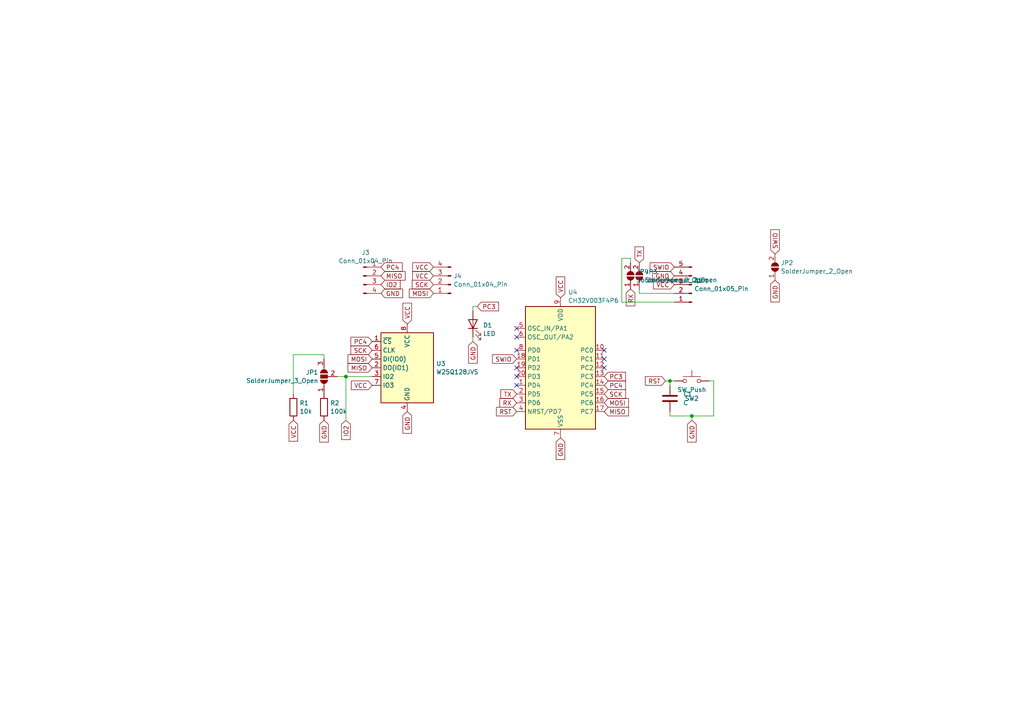
<source format=kicad_sch>
(kicad_sch (version 20230121) (generator eeschema)

  (uuid 7b0e6896-478b-4ede-9ff6-b6a5f526bf1e)

  (paper "A4")

  (lib_symbols
    (symbol "Connector:Conn_01x04_Pin" (pin_names (offset 1.016) hide) (in_bom yes) (on_board yes)
      (property "Reference" "J" (at 0 5.08 0)
        (effects (font (size 1.27 1.27)))
      )
      (property "Value" "Conn_01x04_Pin" (at 0 -7.62 0)
        (effects (font (size 1.27 1.27)))
      )
      (property "Footprint" "" (at 0 0 0)
        (effects (font (size 1.27 1.27)) hide)
      )
      (property "Datasheet" "~" (at 0 0 0)
        (effects (font (size 1.27 1.27)) hide)
      )
      (property "ki_locked" "" (at 0 0 0)
        (effects (font (size 1.27 1.27)))
      )
      (property "ki_keywords" "connector" (at 0 0 0)
        (effects (font (size 1.27 1.27)) hide)
      )
      (property "ki_description" "Generic connector, single row, 01x04, script generated" (at 0 0 0)
        (effects (font (size 1.27 1.27)) hide)
      )
      (property "ki_fp_filters" "Connector*:*_1x??_*" (at 0 0 0)
        (effects (font (size 1.27 1.27)) hide)
      )
      (symbol "Conn_01x04_Pin_1_1"
        (polyline
          (pts
            (xy 1.27 -5.08)
            (xy 0.8636 -5.08)
          )
          (stroke (width 0.1524) (type default))
          (fill (type none))
        )
        (polyline
          (pts
            (xy 1.27 -2.54)
            (xy 0.8636 -2.54)
          )
          (stroke (width 0.1524) (type default))
          (fill (type none))
        )
        (polyline
          (pts
            (xy 1.27 0)
            (xy 0.8636 0)
          )
          (stroke (width 0.1524) (type default))
          (fill (type none))
        )
        (polyline
          (pts
            (xy 1.27 2.54)
            (xy 0.8636 2.54)
          )
          (stroke (width 0.1524) (type default))
          (fill (type none))
        )
        (rectangle (start 0.8636 -4.953) (end 0 -5.207)
          (stroke (width 0.1524) (type default))
          (fill (type outline))
        )
        (rectangle (start 0.8636 -2.413) (end 0 -2.667)
          (stroke (width 0.1524) (type default))
          (fill (type outline))
        )
        (rectangle (start 0.8636 0.127) (end 0 -0.127)
          (stroke (width 0.1524) (type default))
          (fill (type outline))
        )
        (rectangle (start 0.8636 2.667) (end 0 2.413)
          (stroke (width 0.1524) (type default))
          (fill (type outline))
        )
        (pin passive line (at 5.08 2.54 180) (length 3.81)
          (name "Pin_1" (effects (font (size 1.27 1.27))))
          (number "1" (effects (font (size 1.27 1.27))))
        )
        (pin passive line (at 5.08 0 180) (length 3.81)
          (name "Pin_2" (effects (font (size 1.27 1.27))))
          (number "2" (effects (font (size 1.27 1.27))))
        )
        (pin passive line (at 5.08 -2.54 180) (length 3.81)
          (name "Pin_3" (effects (font (size 1.27 1.27))))
          (number "3" (effects (font (size 1.27 1.27))))
        )
        (pin passive line (at 5.08 -5.08 180) (length 3.81)
          (name "Pin_4" (effects (font (size 1.27 1.27))))
          (number "4" (effects (font (size 1.27 1.27))))
        )
      )
    )
    (symbol "Connector:Conn_01x05_Pin" (pin_names (offset 1.016) hide) (in_bom yes) (on_board yes)
      (property "Reference" "J" (at 0 7.62 0)
        (effects (font (size 1.27 1.27)))
      )
      (property "Value" "Conn_01x05_Pin" (at 0 -7.62 0)
        (effects (font (size 1.27 1.27)))
      )
      (property "Footprint" "" (at 0 0 0)
        (effects (font (size 1.27 1.27)) hide)
      )
      (property "Datasheet" "~" (at 0 0 0)
        (effects (font (size 1.27 1.27)) hide)
      )
      (property "ki_locked" "" (at 0 0 0)
        (effects (font (size 1.27 1.27)))
      )
      (property "ki_keywords" "connector" (at 0 0 0)
        (effects (font (size 1.27 1.27)) hide)
      )
      (property "ki_description" "Generic connector, single row, 01x05, script generated" (at 0 0 0)
        (effects (font (size 1.27 1.27)) hide)
      )
      (property "ki_fp_filters" "Connector*:*_1x??_*" (at 0 0 0)
        (effects (font (size 1.27 1.27)) hide)
      )
      (symbol "Conn_01x05_Pin_1_1"
        (polyline
          (pts
            (xy 1.27 -5.08)
            (xy 0.8636 -5.08)
          )
          (stroke (width 0.1524) (type default))
          (fill (type none))
        )
        (polyline
          (pts
            (xy 1.27 -2.54)
            (xy 0.8636 -2.54)
          )
          (stroke (width 0.1524) (type default))
          (fill (type none))
        )
        (polyline
          (pts
            (xy 1.27 0)
            (xy 0.8636 0)
          )
          (stroke (width 0.1524) (type default))
          (fill (type none))
        )
        (polyline
          (pts
            (xy 1.27 2.54)
            (xy 0.8636 2.54)
          )
          (stroke (width 0.1524) (type default))
          (fill (type none))
        )
        (polyline
          (pts
            (xy 1.27 5.08)
            (xy 0.8636 5.08)
          )
          (stroke (width 0.1524) (type default))
          (fill (type none))
        )
        (rectangle (start 0.8636 -4.953) (end 0 -5.207)
          (stroke (width 0.1524) (type default))
          (fill (type outline))
        )
        (rectangle (start 0.8636 -2.413) (end 0 -2.667)
          (stroke (width 0.1524) (type default))
          (fill (type outline))
        )
        (rectangle (start 0.8636 0.127) (end 0 -0.127)
          (stroke (width 0.1524) (type default))
          (fill (type outline))
        )
        (rectangle (start 0.8636 2.667) (end 0 2.413)
          (stroke (width 0.1524) (type default))
          (fill (type outline))
        )
        (rectangle (start 0.8636 5.207) (end 0 4.953)
          (stroke (width 0.1524) (type default))
          (fill (type outline))
        )
        (pin passive line (at 5.08 5.08 180) (length 3.81)
          (name "Pin_1" (effects (font (size 1.27 1.27))))
          (number "1" (effects (font (size 1.27 1.27))))
        )
        (pin passive line (at 5.08 2.54 180) (length 3.81)
          (name "Pin_2" (effects (font (size 1.27 1.27))))
          (number "2" (effects (font (size 1.27 1.27))))
        )
        (pin passive line (at 5.08 0 180) (length 3.81)
          (name "Pin_3" (effects (font (size 1.27 1.27))))
          (number "3" (effects (font (size 1.27 1.27))))
        )
        (pin passive line (at 5.08 -2.54 180) (length 3.81)
          (name "Pin_4" (effects (font (size 1.27 1.27))))
          (number "4" (effects (font (size 1.27 1.27))))
        )
        (pin passive line (at 5.08 -5.08 180) (length 3.81)
          (name "Pin_5" (effects (font (size 1.27 1.27))))
          (number "5" (effects (font (size 1.27 1.27))))
        )
      )
    )
    (symbol "Device:C" (pin_numbers hide) (pin_names (offset 0.254)) (in_bom yes) (on_board yes)
      (property "Reference" "C" (at 0.635 2.54 0)
        (effects (font (size 1.27 1.27)) (justify left))
      )
      (property "Value" "C" (at 0.635 -2.54 0)
        (effects (font (size 1.27 1.27)) (justify left))
      )
      (property "Footprint" "" (at 0.9652 -3.81 0)
        (effects (font (size 1.27 1.27)) hide)
      )
      (property "Datasheet" "~" (at 0 0 0)
        (effects (font (size 1.27 1.27)) hide)
      )
      (property "ki_keywords" "cap capacitor" (at 0 0 0)
        (effects (font (size 1.27 1.27)) hide)
      )
      (property "ki_description" "Unpolarized capacitor" (at 0 0 0)
        (effects (font (size 1.27 1.27)) hide)
      )
      (property "ki_fp_filters" "C_*" (at 0 0 0)
        (effects (font (size 1.27 1.27)) hide)
      )
      (symbol "C_0_1"
        (polyline
          (pts
            (xy -2.032 -0.762)
            (xy 2.032 -0.762)
          )
          (stroke (width 0.508) (type default))
          (fill (type none))
        )
        (polyline
          (pts
            (xy -2.032 0.762)
            (xy 2.032 0.762)
          )
          (stroke (width 0.508) (type default))
          (fill (type none))
        )
      )
      (symbol "C_1_1"
        (pin passive line (at 0 3.81 270) (length 2.794)
          (name "~" (effects (font (size 1.27 1.27))))
          (number "1" (effects (font (size 1.27 1.27))))
        )
        (pin passive line (at 0 -3.81 90) (length 2.794)
          (name "~" (effects (font (size 1.27 1.27))))
          (number "2" (effects (font (size 1.27 1.27))))
        )
      )
    )
    (symbol "Device:LED" (pin_numbers hide) (pin_names (offset 1.016) hide) (in_bom yes) (on_board yes)
      (property "Reference" "D" (at 0 2.54 0)
        (effects (font (size 1.27 1.27)))
      )
      (property "Value" "LED" (at 0 -2.54 0)
        (effects (font (size 1.27 1.27)))
      )
      (property "Footprint" "" (at 0 0 0)
        (effects (font (size 1.27 1.27)) hide)
      )
      (property "Datasheet" "~" (at 0 0 0)
        (effects (font (size 1.27 1.27)) hide)
      )
      (property "ki_keywords" "LED diode" (at 0 0 0)
        (effects (font (size 1.27 1.27)) hide)
      )
      (property "ki_description" "Light emitting diode" (at 0 0 0)
        (effects (font (size 1.27 1.27)) hide)
      )
      (property "ki_fp_filters" "LED* LED_SMD:* LED_THT:*" (at 0 0 0)
        (effects (font (size 1.27 1.27)) hide)
      )
      (symbol "LED_0_1"
        (polyline
          (pts
            (xy -1.27 -1.27)
            (xy -1.27 1.27)
          )
          (stroke (width 0.254) (type default))
          (fill (type none))
        )
        (polyline
          (pts
            (xy -1.27 0)
            (xy 1.27 0)
          )
          (stroke (width 0) (type default))
          (fill (type none))
        )
        (polyline
          (pts
            (xy 1.27 -1.27)
            (xy 1.27 1.27)
            (xy -1.27 0)
            (xy 1.27 -1.27)
          )
          (stroke (width 0.254) (type default))
          (fill (type none))
        )
        (polyline
          (pts
            (xy -3.048 -0.762)
            (xy -4.572 -2.286)
            (xy -3.81 -2.286)
            (xy -4.572 -2.286)
            (xy -4.572 -1.524)
          )
          (stroke (width 0) (type default))
          (fill (type none))
        )
        (polyline
          (pts
            (xy -1.778 -0.762)
            (xy -3.302 -2.286)
            (xy -2.54 -2.286)
            (xy -3.302 -2.286)
            (xy -3.302 -1.524)
          )
          (stroke (width 0) (type default))
          (fill (type none))
        )
      )
      (symbol "LED_1_1"
        (pin passive line (at -3.81 0 0) (length 2.54)
          (name "K" (effects (font (size 1.27 1.27))))
          (number "1" (effects (font (size 1.27 1.27))))
        )
        (pin passive line (at 3.81 0 180) (length 2.54)
          (name "A" (effects (font (size 1.27 1.27))))
          (number "2" (effects (font (size 1.27 1.27))))
        )
      )
    )
    (symbol "Device:R" (pin_numbers hide) (pin_names (offset 0)) (in_bom yes) (on_board yes)
      (property "Reference" "R" (at 2.032 0 90)
        (effects (font (size 1.27 1.27)))
      )
      (property "Value" "R" (at 0 0 90)
        (effects (font (size 1.27 1.27)))
      )
      (property "Footprint" "" (at -1.778 0 90)
        (effects (font (size 1.27 1.27)) hide)
      )
      (property "Datasheet" "~" (at 0 0 0)
        (effects (font (size 1.27 1.27)) hide)
      )
      (property "ki_keywords" "R res resistor" (at 0 0 0)
        (effects (font (size 1.27 1.27)) hide)
      )
      (property "ki_description" "Resistor" (at 0 0 0)
        (effects (font (size 1.27 1.27)) hide)
      )
      (property "ki_fp_filters" "R_*" (at 0 0 0)
        (effects (font (size 1.27 1.27)) hide)
      )
      (symbol "R_0_1"
        (rectangle (start -1.016 -2.54) (end 1.016 2.54)
          (stroke (width 0.254) (type default))
          (fill (type none))
        )
      )
      (symbol "R_1_1"
        (pin passive line (at 0 3.81 270) (length 1.27)
          (name "~" (effects (font (size 1.27 1.27))))
          (number "1" (effects (font (size 1.27 1.27))))
        )
        (pin passive line (at 0 -3.81 90) (length 1.27)
          (name "~" (effects (font (size 1.27 1.27))))
          (number "2" (effects (font (size 1.27 1.27))))
        )
      )
    )
    (symbol "Jumper:SolderJumper_2_Open" (pin_names (offset 0) hide) (in_bom yes) (on_board yes)
      (property "Reference" "JP" (at 0 2.032 0)
        (effects (font (size 1.27 1.27)))
      )
      (property "Value" "SolderJumper_2_Open" (at 0 -2.54 0)
        (effects (font (size 1.27 1.27)))
      )
      (property "Footprint" "" (at 0 0 0)
        (effects (font (size 1.27 1.27)) hide)
      )
      (property "Datasheet" "~" (at 0 0 0)
        (effects (font (size 1.27 1.27)) hide)
      )
      (property "ki_keywords" "solder jumper SPST" (at 0 0 0)
        (effects (font (size 1.27 1.27)) hide)
      )
      (property "ki_description" "Solder Jumper, 2-pole, open" (at 0 0 0)
        (effects (font (size 1.27 1.27)) hide)
      )
      (property "ki_fp_filters" "SolderJumper*Open*" (at 0 0 0)
        (effects (font (size 1.27 1.27)) hide)
      )
      (symbol "SolderJumper_2_Open_0_1"
        (arc (start -0.254 1.016) (mid -1.2656 0) (end -0.254 -1.016)
          (stroke (width 0) (type default))
          (fill (type none))
        )
        (arc (start -0.254 1.016) (mid -1.2656 0) (end -0.254 -1.016)
          (stroke (width 0) (type default))
          (fill (type outline))
        )
        (polyline
          (pts
            (xy -0.254 1.016)
            (xy -0.254 -1.016)
          )
          (stroke (width 0) (type default))
          (fill (type none))
        )
        (polyline
          (pts
            (xy 0.254 1.016)
            (xy 0.254 -1.016)
          )
          (stroke (width 0) (type default))
          (fill (type none))
        )
        (arc (start 0.254 -1.016) (mid 1.2656 0) (end 0.254 1.016)
          (stroke (width 0) (type default))
          (fill (type none))
        )
        (arc (start 0.254 -1.016) (mid 1.2656 0) (end 0.254 1.016)
          (stroke (width 0) (type default))
          (fill (type outline))
        )
      )
      (symbol "SolderJumper_2_Open_1_1"
        (pin passive line (at -3.81 0 0) (length 2.54)
          (name "A" (effects (font (size 1.27 1.27))))
          (number "1" (effects (font (size 1.27 1.27))))
        )
        (pin passive line (at 3.81 0 180) (length 2.54)
          (name "B" (effects (font (size 1.27 1.27))))
          (number "2" (effects (font (size 1.27 1.27))))
        )
      )
    )
    (symbol "Jumper:SolderJumper_3_Open" (pin_names (offset 0) hide) (in_bom yes) (on_board yes)
      (property "Reference" "JP" (at -2.54 -2.54 0)
        (effects (font (size 1.27 1.27)))
      )
      (property "Value" "SolderJumper_3_Open" (at 0 2.794 0)
        (effects (font (size 1.27 1.27)))
      )
      (property "Footprint" "" (at 0 0 0)
        (effects (font (size 1.27 1.27)) hide)
      )
      (property "Datasheet" "~" (at 0 0 0)
        (effects (font (size 1.27 1.27)) hide)
      )
      (property "ki_keywords" "Solder Jumper SPDT" (at 0 0 0)
        (effects (font (size 1.27 1.27)) hide)
      )
      (property "ki_description" "Solder Jumper, 3-pole, open" (at 0 0 0)
        (effects (font (size 1.27 1.27)) hide)
      )
      (property "ki_fp_filters" "SolderJumper*Open*" (at 0 0 0)
        (effects (font (size 1.27 1.27)) hide)
      )
      (symbol "SolderJumper_3_Open_0_1"
        (arc (start -1.016 1.016) (mid -2.0276 0) (end -1.016 -1.016)
          (stroke (width 0) (type default))
          (fill (type none))
        )
        (arc (start -1.016 1.016) (mid -2.0276 0) (end -1.016 -1.016)
          (stroke (width 0) (type default))
          (fill (type outline))
        )
        (rectangle (start -0.508 1.016) (end 0.508 -1.016)
          (stroke (width 0) (type default))
          (fill (type outline))
        )
        (polyline
          (pts
            (xy -2.54 0)
            (xy -2.032 0)
          )
          (stroke (width 0) (type default))
          (fill (type none))
        )
        (polyline
          (pts
            (xy -1.016 1.016)
            (xy -1.016 -1.016)
          )
          (stroke (width 0) (type default))
          (fill (type none))
        )
        (polyline
          (pts
            (xy 0 -1.27)
            (xy 0 -1.016)
          )
          (stroke (width 0) (type default))
          (fill (type none))
        )
        (polyline
          (pts
            (xy 1.016 1.016)
            (xy 1.016 -1.016)
          )
          (stroke (width 0) (type default))
          (fill (type none))
        )
        (polyline
          (pts
            (xy 2.54 0)
            (xy 2.032 0)
          )
          (stroke (width 0) (type default))
          (fill (type none))
        )
        (arc (start 1.016 -1.016) (mid 2.0276 0) (end 1.016 1.016)
          (stroke (width 0) (type default))
          (fill (type none))
        )
        (arc (start 1.016 -1.016) (mid 2.0276 0) (end 1.016 1.016)
          (stroke (width 0) (type default))
          (fill (type outline))
        )
      )
      (symbol "SolderJumper_3_Open_1_1"
        (pin passive line (at -5.08 0 0) (length 2.54)
          (name "A" (effects (font (size 1.27 1.27))))
          (number "1" (effects (font (size 1.27 1.27))))
        )
        (pin passive line (at 0 -3.81 90) (length 2.54)
          (name "C" (effects (font (size 1.27 1.27))))
          (number "2" (effects (font (size 1.27 1.27))))
        )
        (pin passive line (at 5.08 0 180) (length 2.54)
          (name "B" (effects (font (size 1.27 1.27))))
          (number "3" (effects (font (size 1.27 1.27))))
        )
      )
    )
    (symbol "Memory_Flash:W25Q128JVS" (in_bom yes) (on_board yes)
      (property "Reference" "U" (at -8.89 8.89 0)
        (effects (font (size 1.27 1.27)))
      )
      (property "Value" "W25Q128JVS" (at 7.62 8.89 0)
        (effects (font (size 1.27 1.27)))
      )
      (property "Footprint" "Package_SO:SOIC-8_5.23x5.23mm_P1.27mm" (at 0 0 0)
        (effects (font (size 1.27 1.27)) hide)
      )
      (property "Datasheet" "http://www.winbond.com/resource-files/w25q128jv_dtr%20revc%2003272018%20plus.pdf" (at 0 0 0)
        (effects (font (size 1.27 1.27)) hide)
      )
      (property "ki_keywords" "flash memory SPI QPI DTR" (at 0 0 0)
        (effects (font (size 1.27 1.27)) hide)
      )
      (property "ki_description" "128Mb Serial Flash Memory, Standard/Dual/Quad SPI, SOIC-8" (at 0 0 0)
        (effects (font (size 1.27 1.27)) hide)
      )
      (property "ki_fp_filters" "SOIC*5.23x5.23mm*P1.27mm*" (at 0 0 0)
        (effects (font (size 1.27 1.27)) hide)
      )
      (symbol "W25Q128JVS_0_1"
        (rectangle (start -7.62 10.16) (end 7.62 -10.16)
          (stroke (width 0.254) (type default))
          (fill (type background))
        )
      )
      (symbol "W25Q128JVS_1_1"
        (pin input line (at -10.16 7.62 0) (length 2.54)
          (name "~{CS}" (effects (font (size 1.27 1.27))))
          (number "1" (effects (font (size 1.27 1.27))))
        )
        (pin bidirectional line (at -10.16 0 0) (length 2.54)
          (name "DO(IO1)" (effects (font (size 1.27 1.27))))
          (number "2" (effects (font (size 1.27 1.27))))
        )
        (pin bidirectional line (at -10.16 -2.54 0) (length 2.54)
          (name "IO2" (effects (font (size 1.27 1.27))))
          (number "3" (effects (font (size 1.27 1.27))))
        )
        (pin power_in line (at 0 -12.7 90) (length 2.54)
          (name "GND" (effects (font (size 1.27 1.27))))
          (number "4" (effects (font (size 1.27 1.27))))
        )
        (pin bidirectional line (at -10.16 2.54 0) (length 2.54)
          (name "DI(IO0)" (effects (font (size 1.27 1.27))))
          (number "5" (effects (font (size 1.27 1.27))))
        )
        (pin input line (at -10.16 5.08 0) (length 2.54)
          (name "CLK" (effects (font (size 1.27 1.27))))
          (number "6" (effects (font (size 1.27 1.27))))
        )
        (pin bidirectional line (at -10.16 -5.08 0) (length 2.54)
          (name "IO3" (effects (font (size 1.27 1.27))))
          (number "7" (effects (font (size 1.27 1.27))))
        )
        (pin power_in line (at 0 12.7 270) (length 2.54)
          (name "VCC" (effects (font (size 1.27 1.27))))
          (number "8" (effects (font (size 1.27 1.27))))
        )
      )
    )
    (symbol "Switch:SW_Push" (pin_numbers hide) (pin_names (offset 1.016) hide) (in_bom yes) (on_board yes)
      (property "Reference" "SW" (at 1.27 2.54 0)
        (effects (font (size 1.27 1.27)) (justify left))
      )
      (property "Value" "SW_Push" (at 0 -1.524 0)
        (effects (font (size 1.27 1.27)))
      )
      (property "Footprint" "" (at 0 5.08 0)
        (effects (font (size 1.27 1.27)) hide)
      )
      (property "Datasheet" "~" (at 0 5.08 0)
        (effects (font (size 1.27 1.27)) hide)
      )
      (property "ki_keywords" "switch normally-open pushbutton push-button" (at 0 0 0)
        (effects (font (size 1.27 1.27)) hide)
      )
      (property "ki_description" "Push button switch, generic, two pins" (at 0 0 0)
        (effects (font (size 1.27 1.27)) hide)
      )
      (symbol "SW_Push_0_1"
        (circle (center -2.032 0) (radius 0.508)
          (stroke (width 0) (type default))
          (fill (type none))
        )
        (polyline
          (pts
            (xy 0 1.27)
            (xy 0 3.048)
          )
          (stroke (width 0) (type default))
          (fill (type none))
        )
        (polyline
          (pts
            (xy 2.54 1.27)
            (xy -2.54 1.27)
          )
          (stroke (width 0) (type default))
          (fill (type none))
        )
        (circle (center 2.032 0) (radius 0.508)
          (stroke (width 0) (type default))
          (fill (type none))
        )
        (pin passive line (at -5.08 0 0) (length 2.54)
          (name "1" (effects (font (size 1.27 1.27))))
          (number "1" (effects (font (size 1.27 1.27))))
        )
        (pin passive line (at 5.08 0 180) (length 2.54)
          (name "2" (effects (font (size 1.27 1.27))))
          (number "2" (effects (font (size 1.27 1.27))))
        )
      )
    )
    (symbol "wch_mcu:CH32V003F4P6" (in_bom yes) (on_board yes)
      (property "Reference" "U" (at 15.24 -24.13 0)
        (effects (font (size 1.27 1.27)))
      )
      (property "Value" "CH32V003F4P6" (at 16.51 -21.59 0)
        (effects (font (size 1.27 1.27)))
      )
      (property "Footprint" "Package_SO:SOP-16_3.9x9.9mm_P1.27mm" (at 2.54 -30.48 0)
        (effects (font (size 1.27 1.27)) hide)
      )
      (property "Datasheet" "http://www.wch-ic.com/downloads/CH32V003DS0_PDF.html" (at 5.08 -34.29 0)
        (effects (font (size 1.27 1.27)) hide)
      )
      (symbol "CH32V003F4P6_0_1"
        (rectangle (start -10.16 17.78) (end 10.16 -17.78)
          (stroke (width 0.254) (type default))
          (fill (type background))
        )
      )
      (symbol "CH32V003F4P6_1_1"
        (pin bidirectional line (at -12.7 -5.08 0) (length 2.54)
          (name "PD4" (effects (font (size 1.27 1.27))))
          (number "1" (effects (font (size 1.27 1.27))))
        )
        (pin bidirectional line (at 12.7 5.08 180) (length 2.54)
          (name "PC0" (effects (font (size 1.27 1.27))))
          (number "10" (effects (font (size 1.27 1.27))))
        )
        (pin bidirectional line (at 12.7 2.54 180) (length 2.54)
          (name "PC1" (effects (font (size 1.27 1.27))))
          (number "11" (effects (font (size 1.27 1.27))))
        )
        (pin bidirectional line (at 12.7 0 180) (length 2.54)
          (name "PC2" (effects (font (size 1.27 1.27))))
          (number "12" (effects (font (size 1.27 1.27))))
        )
        (pin bidirectional line (at 12.7 -2.54 180) (length 2.54)
          (name "PC3" (effects (font (size 1.27 1.27))))
          (number "13" (effects (font (size 1.27 1.27))))
        )
        (pin bidirectional line (at 12.7 -5.08 180) (length 2.54)
          (name "PC4" (effects (font (size 1.27 1.27))))
          (number "14" (effects (font (size 1.27 1.27))))
        )
        (pin bidirectional line (at 12.7 -7.62 180) (length 2.54)
          (name "PC5" (effects (font (size 1.27 1.27))))
          (number "15" (effects (font (size 1.27 1.27))))
        )
        (pin bidirectional line (at 12.7 -10.16 180) (length 2.54)
          (name "PC6" (effects (font (size 1.27 1.27))))
          (number "16" (effects (font (size 1.27 1.27))))
        )
        (pin bidirectional line (at 12.7 -12.7 180) (length 2.54)
          (name "PC7" (effects (font (size 1.27 1.27))))
          (number "17" (effects (font (size 1.27 1.27))))
        )
        (pin bidirectional line (at -12.7 2.54 0) (length 2.54)
          (name "PD1" (effects (font (size 1.27 1.27))))
          (number "18" (effects (font (size 1.27 1.27))))
        )
        (pin bidirectional line (at -12.7 0 0) (length 2.54)
          (name "PD2" (effects (font (size 1.27 1.27))))
          (number "19" (effects (font (size 1.27 1.27))))
        )
        (pin bidirectional line (at -12.7 -7.62 0) (length 2.54)
          (name "PD5" (effects (font (size 1.27 1.27))))
          (number "2" (effects (font (size 1.27 1.27))))
        )
        (pin bidirectional line (at -12.7 -2.54 0) (length 2.54)
          (name "PD3" (effects (font (size 1.27 1.27))))
          (number "20" (effects (font (size 1.27 1.27))))
        )
        (pin bidirectional line (at -12.7 -10.16 0) (length 2.54)
          (name "PD6" (effects (font (size 1.27 1.27))))
          (number "3" (effects (font (size 1.27 1.27))))
        )
        (pin input line (at -12.7 -12.7 0) (length 2.54)
          (name "NRST/PD7" (effects (font (size 1.27 1.27))))
          (number "4" (effects (font (size 1.27 1.27))))
        )
        (pin input line (at -12.7 11.43 0) (length 2.54)
          (name "OSC_IN/PA1" (effects (font (size 1.27 1.27))))
          (number "5" (effects (font (size 1.27 1.27))))
        )
        (pin input line (at -12.7 8.89 0) (length 2.54)
          (name "OSC_OUT/PA2" (effects (font (size 1.27 1.27))))
          (number "6" (effects (font (size 1.27 1.27))))
        )
        (pin power_in line (at 0 -20.32 90) (length 2.54)
          (name "VSS" (effects (font (size 1.27 1.27))))
          (number "7" (effects (font (size 1.27 1.27))))
        )
        (pin bidirectional line (at -12.7 5.08 0) (length 2.54)
          (name "PD0" (effects (font (size 1.27 1.27))))
          (number "8" (effects (font (size 1.27 1.27))))
        )
        (pin power_in line (at 0 20.32 270) (length 2.54)
          (name "VDD" (effects (font (size 1.27 1.27))))
          (number "9" (effects (font (size 1.27 1.27))))
        )
      )
    )
  )

  (junction (at 194.31 110.49) (diameter 0) (color 0 0 0 0)
    (uuid 7a66db2d-bf1e-4b34-9bc0-c4488555ecdc)
  )
  (junction (at 200.66 120.65) (diameter 0) (color 0 0 0 0)
    (uuid bc50f072-8513-409e-b662-76210dfbed5b)
  )
  (junction (at 100.33 109.22) (diameter 0) (color 0 0 0 0)
    (uuid c6a6b6ab-64ff-4795-844f-afcf0e370c9f)
  )

  (no_connect (at 149.86 106.68) (uuid 08f0bad3-4ea7-491a-84dd-8fd69c986546))
  (no_connect (at 175.26 106.68) (uuid 0c57d393-ab03-463d-ac6e-8d585ed3488c))
  (no_connect (at 175.26 101.6) (uuid 42c2833f-52c6-4ccc-b0bd-27eabfa00c81))
  (no_connect (at 175.26 104.14) (uuid 8ce51326-4b0b-4c34-8966-10dd6c17cd4f))
  (no_connect (at 149.86 95.25) (uuid 9952feab-12e1-4110-859b-560b6d5ad870))
  (no_connect (at 149.86 97.79) (uuid 9a1aac51-9383-421d-897e-fd2fdeeff5e2))
  (no_connect (at 149.86 101.6) (uuid c9499a14-0844-493e-bdd7-607263c7121c))
  (no_connect (at 149.86 111.76) (uuid cfb2c9f6-7a61-4ed6-953e-780c6a948bbf))
  (no_connect (at 149.86 109.22) (uuid f67e0e85-336c-4b7a-ab70-1ccb5fe855e7))

  (wire (pts (xy 137.16 97.79) (xy 137.16 99.06))
    (stroke (width 0) (type default))
    (uuid 09ad9f15-6716-4ead-b6bd-e9cdd5b974ab)
  )
  (wire (pts (xy 194.31 110.49) (xy 194.31 111.76))
    (stroke (width 0) (type default))
    (uuid 112af77a-6676-4140-a30a-aaa1bc2971d9)
  )
  (wire (pts (xy 100.33 109.22) (xy 107.95 109.22))
    (stroke (width 0) (type default))
    (uuid 1360b134-f340-4ffa-b2a3-9a0c4ee47c7d)
  )
  (wire (pts (xy 137.16 88.9) (xy 137.16 90.17))
    (stroke (width 0) (type default))
    (uuid 2712ae73-2280-41c5-bbb5-9890e47e24ab)
  )
  (wire (pts (xy 205.74 110.49) (xy 207.01 110.49))
    (stroke (width 0) (type default))
    (uuid 273532ff-7f38-43c3-b4b0-64e2077b0c70)
  )
  (wire (pts (xy 182.88 76.2) (xy 182.88 74.93))
    (stroke (width 0) (type default))
    (uuid 3773d309-9cce-41ca-b555-f3f1d7dd6e1d)
  )
  (wire (pts (xy 207.01 110.49) (xy 207.01 120.65))
    (stroke (width 0) (type default))
    (uuid 5bfb2986-d735-48e1-a126-421691576e7a)
  )
  (wire (pts (xy 93.98 104.14) (xy 93.98 102.87))
    (stroke (width 0) (type default))
    (uuid 5c6f9175-8895-4c50-9cdf-45c48ac7d95f)
  )
  (wire (pts (xy 193.04 110.49) (xy 194.31 110.49))
    (stroke (width 0) (type default))
    (uuid 5f631d14-98fb-4562-b001-5e8af977ec04)
  )
  (wire (pts (xy 185.42 85.09) (xy 195.58 85.09))
    (stroke (width 0) (type default))
    (uuid 686ed55f-c4af-483b-926d-df434f4b0521)
  )
  (wire (pts (xy 194.31 120.65) (xy 200.66 120.65))
    (stroke (width 0) (type default))
    (uuid 7a9bb2e8-f185-414d-8d5a-11a313ffb339)
  )
  (wire (pts (xy 194.31 110.49) (xy 195.58 110.49))
    (stroke (width 0) (type default))
    (uuid 806b0bf6-fb5d-4e92-a23c-9e3721042add)
  )
  (wire (pts (xy 200.66 120.65) (xy 200.66 121.92))
    (stroke (width 0) (type default))
    (uuid 868430ee-269d-47c2-b511-5206448e8d56)
  )
  (wire (pts (xy 85.09 102.87) (xy 85.09 114.3))
    (stroke (width 0) (type default))
    (uuid 894e37c6-7003-46a3-9bea-2d8fc3e479ae)
  )
  (wire (pts (xy 100.33 109.22) (xy 100.33 121.92))
    (stroke (width 0) (type default))
    (uuid 9e878fe8-0a54-4acd-8e0e-1bcf9f04a85f)
  )
  (wire (pts (xy 180.34 87.63) (xy 195.58 87.63))
    (stroke (width 0) (type default))
    (uuid ad5c5b91-2d63-4dc6-afd8-f8094a5785a1)
  )
  (wire (pts (xy 180.34 74.93) (xy 182.88 74.93))
    (stroke (width 0) (type default))
    (uuid b2d575b8-5a53-474c-9da0-c36800b53586)
  )
  (wire (pts (xy 93.98 102.87) (xy 85.09 102.87))
    (stroke (width 0) (type default))
    (uuid c9a1d281-e9b5-425d-ba70-44110919c68d)
  )
  (wire (pts (xy 97.79 109.22) (xy 100.33 109.22))
    (stroke (width 0) (type default))
    (uuid d3d84868-9c0b-4b9a-a279-01cc2a55be8c)
  )
  (wire (pts (xy 194.31 119.38) (xy 194.31 120.65))
    (stroke (width 0) (type default))
    (uuid e0b66e26-6e98-4374-bbd0-697ff1e5bb57)
  )
  (wire (pts (xy 185.42 83.82) (xy 185.42 85.09))
    (stroke (width 0) (type default))
    (uuid e6b2a26a-4cdf-4294-908b-ea4c56fef924)
  )
  (wire (pts (xy 200.66 120.65) (xy 207.01 120.65))
    (stroke (width 0) (type default))
    (uuid e9f16518-5f6a-4268-af37-44f7a9e504b9)
  )
  (wire (pts (xy 180.34 74.93) (xy 180.34 87.63))
    (stroke (width 0) (type default))
    (uuid f2f8a89d-014d-4250-bef1-6c882e9b2baf)
  )
  (wire (pts (xy 138.43 88.9) (xy 137.16 88.9))
    (stroke (width 0) (type default))
    (uuid f396fd8c-6e44-4fd1-958f-3535bd5f7dcf)
  )

  (global_label "IO2" (shape input) (at 100.33 121.92 270) (fields_autoplaced)
    (effects (font (size 1.27 1.27)) (justify right))
    (uuid 0708d124-33b9-431f-94e5-d9942acd70fb)
    (property "Intersheetrefs" "${INTERSHEET_REFS}" (at 100.33 128.05 90)
      (effects (font (size 1.27 1.27)) (justify right) hide)
    )
  )
  (global_label "MISO" (shape input) (at 110.49 80.01 0) (fields_autoplaced)
    (effects (font (size 1.27 1.27)) (justify left))
    (uuid 08b88ba4-60fb-4169-a7e5-10e1ac849cd2)
    (property "Intersheetrefs" "${INTERSHEET_REFS}" (at 118.0714 80.01 0)
      (effects (font (size 1.27 1.27)) (justify left) hide)
    )
  )
  (global_label "VCC" (shape input) (at 107.95 111.76 180) (fields_autoplaced)
    (effects (font (size 1.27 1.27)) (justify right))
    (uuid 14da734f-95ec-48f2-af50-2216e9d1880b)
    (property "Intersheetrefs" "${INTERSHEET_REFS}" (at 101.3362 111.76 0)
      (effects (font (size 1.27 1.27)) (justify right) hide)
    )
  )
  (global_label "GND" (shape input) (at 162.56 127 270) (fields_autoplaced)
    (effects (font (size 1.27 1.27)) (justify right))
    (uuid 16148b0f-c2e9-4de6-8acf-f15037a281dc)
    (property "Intersheetrefs" "${INTERSHEET_REFS}" (at 162.56 133.8557 90)
      (effects (font (size 1.27 1.27)) (justify right) hide)
    )
  )
  (global_label "IO2" (shape input) (at 110.49 82.55 0) (fields_autoplaced)
    (effects (font (size 1.27 1.27)) (justify left))
    (uuid 1d8e80ce-35f8-4873-a3b4-da3d4f682da8)
    (property "Intersheetrefs" "${INTERSHEET_REFS}" (at 116.62 82.55 0)
      (effects (font (size 1.27 1.27)) (justify left) hide)
    )
  )
  (global_label "PC4" (shape input) (at 175.26 111.76 0) (fields_autoplaced)
    (effects (font (size 1.27 1.27)) (justify left))
    (uuid 1f9e4976-062c-42b7-b074-62d0cb0efa84)
    (property "Intersheetrefs" "${INTERSHEET_REFS}" (at 181.9947 111.76 0)
      (effects (font (size 1.27 1.27)) (justify left) hide)
    )
  )
  (global_label "VCC" (shape input) (at 125.73 77.47 180) (fields_autoplaced)
    (effects (font (size 1.27 1.27)) (justify right))
    (uuid 247d4f74-2030-48a0-bb38-36abd4aba2e7)
    (property "Intersheetrefs" "${INTERSHEET_REFS}" (at 119.1162 77.47 0)
      (effects (font (size 1.27 1.27)) (justify right) hide)
    )
  )
  (global_label "SWIO" (shape input) (at 195.58 77.47 180) (fields_autoplaced)
    (effects (font (size 1.27 1.27)) (justify right))
    (uuid 32774610-c062-4807-bcf6-aa52db21f96a)
    (property "Intersheetrefs" "${INTERSHEET_REFS}" (at 187.9986 77.47 0)
      (effects (font (size 1.27 1.27)) (justify right) hide)
    )
  )
  (global_label "VCC" (shape input) (at 125.73 80.01 180) (fields_autoplaced)
    (effects (font (size 1.27 1.27)) (justify right))
    (uuid 3b3a8d54-e1f8-4a07-b97b-bd17fcd3e006)
    (property "Intersheetrefs" "${INTERSHEET_REFS}" (at 119.1162 80.01 0)
      (effects (font (size 1.27 1.27)) (justify right) hide)
    )
  )
  (global_label "SWIO" (shape input) (at 224.79 73.66 90) (fields_autoplaced)
    (effects (font (size 1.27 1.27)) (justify left))
    (uuid 42c80f60-152d-446c-8486-8d6c428503e6)
    (property "Intersheetrefs" "${INTERSHEET_REFS}" (at 224.79 66.0786 90)
      (effects (font (size 1.27 1.27)) (justify left) hide)
    )
  )
  (global_label "TX" (shape input) (at 149.86 114.3 180) (fields_autoplaced)
    (effects (font (size 1.27 1.27)) (justify right))
    (uuid 468492e4-f992-4259-b378-7ea031ca6697)
    (property "Intersheetrefs" "${INTERSHEET_REFS}" (at 144.6977 114.3 0)
      (effects (font (size 1.27 1.27)) (justify right) hide)
    )
  )
  (global_label "SWIO" (shape input) (at 149.86 104.14 180) (fields_autoplaced)
    (effects (font (size 1.27 1.27)) (justify right))
    (uuid 483da26f-64f2-44de-8166-61396ac75d87)
    (property "Intersheetrefs" "${INTERSHEET_REFS}" (at 142.2786 104.14 0)
      (effects (font (size 1.27 1.27)) (justify right) hide)
    )
  )
  (global_label "MOSI" (shape input) (at 107.95 104.14 180) (fields_autoplaced)
    (effects (font (size 1.27 1.27)) (justify right))
    (uuid 4a62202f-e387-4cda-b6fb-59838296d67c)
    (property "Intersheetrefs" "${INTERSHEET_REFS}" (at 100.3686 104.14 0)
      (effects (font (size 1.27 1.27)) (justify right) hide)
    )
  )
  (global_label "MOSI" (shape input) (at 125.73 85.09 180) (fields_autoplaced)
    (effects (font (size 1.27 1.27)) (justify right))
    (uuid 4a83f8a4-f94c-4ba8-b5eb-b5aa3acf15a9)
    (property "Intersheetrefs" "${INTERSHEET_REFS}" (at 118.1486 85.09 0)
      (effects (font (size 1.27 1.27)) (justify right) hide)
    )
  )
  (global_label "GND" (shape input) (at 224.79 81.28 270) (fields_autoplaced)
    (effects (font (size 1.27 1.27)) (justify right))
    (uuid 50eb7b06-0ee7-45ec-89aa-9f1aa3c88c2b)
    (property "Intersheetrefs" "${INTERSHEET_REFS}" (at 224.79 88.1357 90)
      (effects (font (size 1.27 1.27)) (justify right) hide)
    )
  )
  (global_label "PC3" (shape input) (at 138.43 88.9 0) (fields_autoplaced)
    (effects (font (size 1.27 1.27)) (justify left))
    (uuid 5c013ace-badc-4091-a0a4-8c8d9af16344)
    (property "Intersheetrefs" "${INTERSHEET_REFS}" (at 145.1647 88.9 0)
      (effects (font (size 1.27 1.27)) (justify left) hide)
    )
  )
  (global_label "MISO" (shape input) (at 107.95 106.68 180) (fields_autoplaced)
    (effects (font (size 1.27 1.27)) (justify right))
    (uuid 5f0179dd-19ee-4174-a583-46cf7ed3724c)
    (property "Intersheetrefs" "${INTERSHEET_REFS}" (at 100.3686 106.68 0)
      (effects (font (size 1.27 1.27)) (justify right) hide)
    )
  )
  (global_label "GND" (shape input) (at 93.98 121.92 270) (fields_autoplaced)
    (effects (font (size 1.27 1.27)) (justify right))
    (uuid 5f9be467-aba1-4ad9-a9d9-2ffe8db271f4)
    (property "Intersheetrefs" "${INTERSHEET_REFS}" (at 93.98 128.7757 90)
      (effects (font (size 1.27 1.27)) (justify right) hide)
    )
  )
  (global_label "VCC" (shape input) (at 162.56 86.36 90) (fields_autoplaced)
    (effects (font (size 1.27 1.27)) (justify left))
    (uuid 60d15acc-a3d0-46d9-a591-40a4a11f230c)
    (property "Intersheetrefs" "${INTERSHEET_REFS}" (at 162.56 79.7462 90)
      (effects (font (size 1.27 1.27)) (justify left) hide)
    )
  )
  (global_label "RX" (shape input) (at 182.88 83.82 270) (fields_autoplaced)
    (effects (font (size 1.27 1.27)) (justify right))
    (uuid 7d2a5f09-1f03-49cb-84cc-00475d2d7ce9)
    (property "Intersheetrefs" "${INTERSHEET_REFS}" (at 182.88 89.2847 90)
      (effects (font (size 1.27 1.27)) (justify right) hide)
    )
  )
  (global_label "PC4" (shape input) (at 110.49 77.47 0) (fields_autoplaced)
    (effects (font (size 1.27 1.27)) (justify left))
    (uuid 8e207e87-10ee-4bf2-996f-3c17e2fe22eb)
    (property "Intersheetrefs" "${INTERSHEET_REFS}" (at 117.2247 77.47 0)
      (effects (font (size 1.27 1.27)) (justify left) hide)
    )
  )
  (global_label "MISO" (shape input) (at 175.26 119.38 0) (fields_autoplaced)
    (effects (font (size 1.27 1.27)) (justify left))
    (uuid 92208ed5-da2c-43fc-b798-1a480c342057)
    (property "Intersheetrefs" "${INTERSHEET_REFS}" (at 182.8414 119.38 0)
      (effects (font (size 1.27 1.27)) (justify left) hide)
    )
  )
  (global_label "VCC" (shape input) (at 85.09 121.92 270) (fields_autoplaced)
    (effects (font (size 1.27 1.27)) (justify right))
    (uuid 92f7ed16-8d5c-4f8a-8fda-567ad6ea2204)
    (property "Intersheetrefs" "${INTERSHEET_REFS}" (at 85.09 128.5338 90)
      (effects (font (size 1.27 1.27)) (justify right) hide)
    )
  )
  (global_label "RST" (shape input) (at 193.04 110.49 180) (fields_autoplaced)
    (effects (font (size 1.27 1.27)) (justify right))
    (uuid 9aa52af5-7816-4276-9a60-2688f309bf10)
    (property "Intersheetrefs" "${INTERSHEET_REFS}" (at 186.6077 110.49 0)
      (effects (font (size 1.27 1.27)) (justify right) hide)
    )
  )
  (global_label "RX" (shape input) (at 149.86 116.84 180) (fields_autoplaced)
    (effects (font (size 1.27 1.27)) (justify right))
    (uuid 9b2c0fa6-3229-47f7-8e92-ccc77a56063a)
    (property "Intersheetrefs" "${INTERSHEET_REFS}" (at 144.3953 116.84 0)
      (effects (font (size 1.27 1.27)) (justify right) hide)
    )
  )
  (global_label "GND" (shape input) (at 195.58 80.01 180) (fields_autoplaced)
    (effects (font (size 1.27 1.27)) (justify right))
    (uuid 9cd86496-044e-42a9-a050-7fd3eab7633e)
    (property "Intersheetrefs" "${INTERSHEET_REFS}" (at 188.7243 80.01 0)
      (effects (font (size 1.27 1.27)) (justify right) hide)
    )
  )
  (global_label "SCK" (shape input) (at 125.73 82.55 180) (fields_autoplaced)
    (effects (font (size 1.27 1.27)) (justify right))
    (uuid a1466555-2c0b-43a1-b06d-6c7c45cd4363)
    (property "Intersheetrefs" "${INTERSHEET_REFS}" (at 118.9953 82.55 0)
      (effects (font (size 1.27 1.27)) (justify right) hide)
    )
  )
  (global_label "GND" (shape input) (at 110.49 85.09 0) (fields_autoplaced)
    (effects (font (size 1.27 1.27)) (justify left))
    (uuid a3f5ce67-ecce-40c3-b7fd-e7a705e8a1ee)
    (property "Intersheetrefs" "${INTERSHEET_REFS}" (at 117.3457 85.09 0)
      (effects (font (size 1.27 1.27)) (justify left) hide)
    )
  )
  (global_label "SCK" (shape input) (at 175.26 114.3 0) (fields_autoplaced)
    (effects (font (size 1.27 1.27)) (justify left))
    (uuid a4a885bb-befb-44e4-9413-57bb1a6eeac6)
    (property "Intersheetrefs" "${INTERSHEET_REFS}" (at 181.9947 114.3 0)
      (effects (font (size 1.27 1.27)) (justify left) hide)
    )
  )
  (global_label "VCC" (shape input) (at 195.58 82.55 180) (fields_autoplaced)
    (effects (font (size 1.27 1.27)) (justify right))
    (uuid a50fa5d3-f6e8-474a-a55b-df3ee09c6537)
    (property "Intersheetrefs" "${INTERSHEET_REFS}" (at 188.9662 82.55 0)
      (effects (font (size 1.27 1.27)) (justify right) hide)
    )
  )
  (global_label "GND" (shape input) (at 200.66 121.92 270) (fields_autoplaced)
    (effects (font (size 1.27 1.27)) (justify right))
    (uuid afc2eb26-e38a-4f5f-8c82-5fcdfc82dd70)
    (property "Intersheetrefs" "${INTERSHEET_REFS}" (at 200.66 128.7757 90)
      (effects (font (size 1.27 1.27)) (justify right) hide)
    )
  )
  (global_label "MOSI" (shape input) (at 175.26 116.84 0) (fields_autoplaced)
    (effects (font (size 1.27 1.27)) (justify left))
    (uuid b6d6b1c0-4160-466a-95a6-684a489f7da7)
    (property "Intersheetrefs" "${INTERSHEET_REFS}" (at 182.8414 116.84 0)
      (effects (font (size 1.27 1.27)) (justify left) hide)
    )
  )
  (global_label "SCK" (shape input) (at 107.95 101.6 180) (fields_autoplaced)
    (effects (font (size 1.27 1.27)) (justify right))
    (uuid c06d7ed7-2f90-4945-9324-90ef3823881b)
    (property "Intersheetrefs" "${INTERSHEET_REFS}" (at 101.2153 101.6 0)
      (effects (font (size 1.27 1.27)) (justify right) hide)
    )
  )
  (global_label "TX" (shape input) (at 185.42 76.2 90) (fields_autoplaced)
    (effects (font (size 1.27 1.27)) (justify left))
    (uuid c745a9f2-066b-408f-8586-200596d430ae)
    (property "Intersheetrefs" "${INTERSHEET_REFS}" (at 185.42 71.0377 90)
      (effects (font (size 1.27 1.27)) (justify left) hide)
    )
  )
  (global_label "PC3" (shape input) (at 175.26 109.22 0) (fields_autoplaced)
    (effects (font (size 1.27 1.27)) (justify left))
    (uuid ccbb6d61-3bf5-4007-8d82-6b6b0371d6ec)
    (property "Intersheetrefs" "${INTERSHEET_REFS}" (at 181.9947 109.22 0)
      (effects (font (size 1.27 1.27)) (justify left) hide)
    )
  )
  (global_label "VCC" (shape input) (at 118.11 93.98 90) (fields_autoplaced)
    (effects (font (size 1.27 1.27)) (justify left))
    (uuid d1164ecd-413d-4567-9fa9-3621674cc69d)
    (property "Intersheetrefs" "${INTERSHEET_REFS}" (at 118.11 87.3662 90)
      (effects (font (size 1.27 1.27)) (justify left) hide)
    )
  )
  (global_label "RST" (shape input) (at 149.86 119.38 180) (fields_autoplaced)
    (effects (font (size 1.27 1.27)) (justify right))
    (uuid d80daf0e-4f7d-4749-9747-aafb0d7c4155)
    (property "Intersheetrefs" "${INTERSHEET_REFS}" (at 143.4277 119.38 0)
      (effects (font (size 1.27 1.27)) (justify right) hide)
    )
  )
  (global_label "GND" (shape input) (at 137.16 99.06 270) (fields_autoplaced)
    (effects (font (size 1.27 1.27)) (justify right))
    (uuid dca4293f-7479-4d8d-abdb-24240fa6643a)
    (property "Intersheetrefs" "${INTERSHEET_REFS}" (at 137.16 105.9157 90)
      (effects (font (size 1.27 1.27)) (justify right) hide)
    )
  )
  (global_label "PC4" (shape input) (at 107.95 99.06 180) (fields_autoplaced)
    (effects (font (size 1.27 1.27)) (justify right))
    (uuid e4d70d1f-fc3f-459b-bcdb-c0b156473e73)
    (property "Intersheetrefs" "${INTERSHEET_REFS}" (at 101.2153 99.06 0)
      (effects (font (size 1.27 1.27)) (justify right) hide)
    )
  )
  (global_label "GND" (shape input) (at 118.11 119.38 270) (fields_autoplaced)
    (effects (font (size 1.27 1.27)) (justify right))
    (uuid fe9deb55-6e35-47ec-ba39-9f831c63e1a1)
    (property "Intersheetrefs" "${INTERSHEET_REFS}" (at 118.11 126.2357 90)
      (effects (font (size 1.27 1.27)) (justify right) hide)
    )
  )

  (symbol (lib_id "Device:R") (at 85.09 118.11 0) (unit 1)
    (in_bom yes) (on_board yes) (dnp no) (fields_autoplaced)
    (uuid 079d288b-b47a-4d85-b57c-235b5288813d)
    (property "Reference" "R1" (at 86.868 116.8979 0)
      (effects (font (size 1.27 1.27)) (justify left))
    )
    (property "Value" "10k" (at 86.868 119.3221 0)
      (effects (font (size 1.27 1.27)) (justify left))
    )
    (property "Footprint" "Resistor_SMD:R_0805_2012Metric_Pad1.20x1.40mm_HandSolder" (at 83.312 118.11 90)
      (effects (font (size 1.27 1.27)) hide)
    )
    (property "Datasheet" "~" (at 85.09 118.11 0)
      (effects (font (size 1.27 1.27)) hide)
    )
    (pin "1" (uuid 897a44c1-35ab-47bf-a60d-a125a0acfad7))
    (pin "2" (uuid 41c4ecfa-b96f-45f2-b3bc-ce38e4e25feb))
    (instances
      (project "MagicLib"
        (path "/7b0e6896-478b-4ede-9ff6-b6a5f526bf1e"
          (reference "R1") (unit 1)
        )
      )
      (project "TheLibrary"
        (path "/ac69cb37-f15a-4c13-bb82-f9ec5076add1"
          (reference "R1") (unit 1)
        )
      )
    )
  )

  (symbol (lib_id "Connector:Conn_01x04_Pin") (at 105.41 80.01 0) (unit 1)
    (in_bom yes) (on_board yes) (dnp no) (fields_autoplaced)
    (uuid 1662ddc6-9adb-480d-a268-1629ebe7b0ef)
    (property "Reference" "J3" (at 106.045 73.2495 0)
      (effects (font (size 1.27 1.27)))
    )
    (property "Value" "Conn_01x04_Pin" (at 106.045 75.6737 0)
      (effects (font (size 1.27 1.27)))
    )
    (property "Footprint" "Connector_PinHeader_2.54mm:PinHeader_1x04_P2.54mm_Vertical" (at 105.41 80.01 0)
      (effects (font (size 1.27 1.27)) hide)
    )
    (property "Datasheet" "~" (at 105.41 80.01 0)
      (effects (font (size 1.27 1.27)) hide)
    )
    (pin "1" (uuid f9c054b2-852d-4fea-a288-383dc15264c8))
    (pin "2" (uuid 9fda97c2-ae53-4ba1-8fd1-e1b66fc41474))
    (pin "3" (uuid c5941620-33d2-4e06-9459-b60f46922c51))
    (pin "4" (uuid 4f215bd0-7483-4384-94a4-d276b803f03a))
    (instances
      (project "MagicLib"
        (path "/7b0e6896-478b-4ede-9ff6-b6a5f526bf1e"
          (reference "J3") (unit 1)
        )
      )
    )
  )

  (symbol (lib_id "Connector:Conn_01x04_Pin") (at 130.81 82.55 180) (unit 1)
    (in_bom yes) (on_board yes) (dnp no) (fields_autoplaced)
    (uuid 51798d33-b52b-4d75-9924-7a3b56715632)
    (property "Reference" "J4" (at 131.5212 80.0679 0)
      (effects (font (size 1.27 1.27)) (justify right))
    )
    (property "Value" "Conn_01x04_Pin" (at 131.5212 82.4921 0)
      (effects (font (size 1.27 1.27)) (justify right))
    )
    (property "Footprint" "Connector_PinHeader_2.54mm:PinHeader_1x04_P2.54mm_Vertical" (at 130.81 82.55 0)
      (effects (font (size 1.27 1.27)) hide)
    )
    (property "Datasheet" "~" (at 130.81 82.55 0)
      (effects (font (size 1.27 1.27)) hide)
    )
    (pin "1" (uuid 85e9c1e3-f0e1-4579-b72e-9c2a073386d4))
    (pin "2" (uuid fe1dae49-7490-4d34-aa53-e3ea35922e32))
    (pin "3" (uuid c2cb475d-f74e-47ff-9712-a25547c3cb9b))
    (pin "4" (uuid 306afa92-8137-4246-9e87-798aadcc2c6f))
    (instances
      (project "MagicLib"
        (path "/7b0e6896-478b-4ede-9ff6-b6a5f526bf1e"
          (reference "J4") (unit 1)
        )
      )
    )
  )

  (symbol (lib_id "Jumper:SolderJumper_2_Open") (at 224.79 77.47 90) (unit 1)
    (in_bom yes) (on_board yes) (dnp no) (fields_autoplaced)
    (uuid 5a119a8a-731b-4933-b64a-661136a89541)
    (property "Reference" "JP2" (at 226.441 76.2579 90)
      (effects (font (size 1.27 1.27)) (justify right))
    )
    (property "Value" "SolderJumper_2_Open" (at 226.441 78.6821 90)
      (effects (font (size 1.27 1.27)) (justify right))
    )
    (property "Footprint" "SolderJumper:SolderJumper-2_P1.3mm_Open_Pad1.0x1.5mm" (at 224.79 77.47 0)
      (effects (font (size 1.27 1.27)) hide)
    )
    (property "Datasheet" "~" (at 224.79 77.47 0)
      (effects (font (size 1.27 1.27)) hide)
    )
    (pin "1" (uuid 642c354f-5e41-4b01-b0d4-8eda88f3aaf1))
    (pin "2" (uuid e4d7c499-af23-49cb-9aa4-a11f366b0470))
    (instances
      (project "MagicLib"
        (path "/7b0e6896-478b-4ede-9ff6-b6a5f526bf1e"
          (reference "JP2") (unit 1)
        )
      )
    )
  )

  (symbol (lib_id "Jumper:SolderJumper_2_Open") (at 185.42 80.01 90) (unit 1)
    (in_bom yes) (on_board yes) (dnp no) (fields_autoplaced)
    (uuid 774b2cfb-7c9f-41ce-919b-924062a6b765)
    (property "Reference" "JP3" (at 187.071 78.7979 90)
      (effects (font (size 1.27 1.27)) (justify right))
    )
    (property "Value" "SolderJumper_2_Open" (at 187.071 81.2221 90)
      (effects (font (size 1.27 1.27)) (justify right))
    )
    (property "Footprint" "SolderJumper:SolderJumper-2_P1.3mm_Open_Pad1.0x1.5mm" (at 185.42 80.01 0)
      (effects (font (size 1.27 1.27)) hide)
    )
    (property "Datasheet" "~" (at 185.42 80.01 0)
      (effects (font (size 1.27 1.27)) hide)
    )
    (pin "1" (uuid 96e19273-e01c-48ce-b874-f3cca64c9145))
    (pin "2" (uuid cad70c23-df82-47f3-be4f-971f3347c147))
    (instances
      (project "MagicLib"
        (path "/7b0e6896-478b-4ede-9ff6-b6a5f526bf1e"
          (reference "JP3") (unit 1)
        )
      )
    )
  )

  (symbol (lib_id "Connector:Conn_01x05_Pin") (at 200.66 82.55 180) (unit 1)
    (in_bom yes) (on_board yes) (dnp no) (fields_autoplaced)
    (uuid 7c66dd8e-f007-4b05-b638-23346a72da38)
    (property "Reference" "J1" (at 201.3712 81.3379 0)
      (effects (font (size 1.27 1.27)) (justify right))
    )
    (property "Value" "Conn_01x05_Pin" (at 201.3712 83.7621 0)
      (effects (font (size 1.27 1.27)) (justify right))
    )
    (property "Footprint" "Connector_PinHeader_2.54mm:PinHeader_1x05_P2.54mm_Vertical" (at 200.66 82.55 0)
      (effects (font (size 1.27 1.27)) hide)
    )
    (property "Datasheet" "~" (at 200.66 82.55 0)
      (effects (font (size 1.27 1.27)) hide)
    )
    (pin "1" (uuid 3c949205-a499-48a5-9364-6e3cd0f87d5b))
    (pin "2" (uuid c8f8ca84-43ad-4d49-a8e5-c54a42d1848c))
    (pin "3" (uuid 5a82d3e9-d3f1-4d02-957f-cd7f52829fd3))
    (pin "4" (uuid 526685fe-22be-433c-b3a6-ffd2734e08c5))
    (pin "5" (uuid 82d34358-e8ee-4818-926a-5ff003b93d36))
    (instances
      (project "MagicLib"
        (path "/7b0e6896-478b-4ede-9ff6-b6a5f526bf1e"
          (reference "J1") (unit 1)
        )
      )
    )
  )

  (symbol (lib_id "Device:C") (at 194.31 115.57 0) (unit 1)
    (in_bom yes) (on_board yes) (dnp no) (fields_autoplaced)
    (uuid 7dd78fcb-4056-4b53-8f11-bce69a22e577)
    (property "Reference" "C1" (at 198.12 114.3 0)
      (effects (font (size 1.27 1.27)) (justify left))
    )
    (property "Value" "C" (at 198.12 116.84 0)
      (effects (font (size 1.27 1.27)) (justify left))
    )
    (property "Footprint" "Capacitor_SMD:C_0805_2012Metric_Pad1.18x1.45mm_HandSolder" (at 195.2752 119.38 0)
      (effects (font (size 1.27 1.27)) hide)
    )
    (property "Datasheet" "~" (at 194.31 115.57 0)
      (effects (font (size 1.27 1.27)) hide)
    )
    (pin "1" (uuid 3443c94b-bbd4-407f-bb03-a8ab5d0fd1c6))
    (pin "2" (uuid c6448dbe-f0f9-4e2a-98bc-994c0953f5db))
    (instances
      (project "ch32v003breakout"
        (path "/1cf8ac7f-9e01-4d93-a10f-361b8100a4b6"
          (reference "C1") (unit 1)
        )
      )
      (project "MagicLib"
        (path "/7b0e6896-478b-4ede-9ff6-b6a5f526bf1e"
          (reference "C1") (unit 1)
        )
      )
      (project "linux-ch32v003"
        (path "/86a0289b-e68d-4371-aaba-05a3f1cf4430"
          (reference "C1") (unit 1)
        )
      )
      (project "paws-v2"
        (path "/b7a6263a-39a5-4fa9-8e85-966fcd898053"
          (reference "C1") (unit 1)
        )
      )
    )
  )

  (symbol (lib_id "Jumper:SolderJumper_2_Open") (at 182.88 80.01 90) (unit 1)
    (in_bom yes) (on_board yes) (dnp no) (fields_autoplaced)
    (uuid 80914825-8446-4cfd-9726-cb9a508be699)
    (property "Reference" "JP4" (at 184.531 78.7979 90)
      (effects (font (size 1.27 1.27)) (justify right))
    )
    (property "Value" "SolderJumper_2_Open" (at 184.531 81.2221 90)
      (effects (font (size 1.27 1.27)) (justify right))
    )
    (property "Footprint" "SolderJumper:SolderJumper-2_P1.3mm_Open_Pad1.0x1.5mm" (at 182.88 80.01 0)
      (effects (font (size 1.27 1.27)) hide)
    )
    (property "Datasheet" "~" (at 182.88 80.01 0)
      (effects (font (size 1.27 1.27)) hide)
    )
    (pin "1" (uuid b3a62042-d758-41d2-aa22-4d584b4f1e4b))
    (pin "2" (uuid a265b2c9-0093-4e09-92d3-515406cb1024))
    (instances
      (project "MagicLib"
        (path "/7b0e6896-478b-4ede-9ff6-b6a5f526bf1e"
          (reference "JP4") (unit 1)
        )
      )
    )
  )

  (symbol (lib_id "Memory_Flash:W25Q128JVS") (at 118.11 106.68 0) (unit 1)
    (in_bom yes) (on_board yes) (dnp no) (fields_autoplaced)
    (uuid 838e7241-0a43-4e82-b66f-a677511ee3d7)
    (property "Reference" "U3" (at 126.492 105.4679 0)
      (effects (font (size 1.27 1.27)) (justify left))
    )
    (property "Value" "W25Q128JVS" (at 126.492 107.8921 0)
      (effects (font (size 1.27 1.27)) (justify left))
    )
    (property "Footprint" "Package_SO:SOIC-8_5.23x5.23mm_P1.27mm" (at 118.11 106.68 0)
      (effects (font (size 1.27 1.27)) hide)
    )
    (property "Datasheet" "http://www.winbond.com/resource-files/w25q128jv_dtr%20revc%2003272018%20plus.pdf" (at 118.11 106.68 0)
      (effects (font (size 1.27 1.27)) hide)
    )
    (pin "1" (uuid 525932c3-7d68-4147-ab07-376423caa272))
    (pin "2" (uuid 2b83cad3-d728-4505-a44a-87880089e836))
    (pin "3" (uuid 5e7a6c89-71a9-464e-82ab-edf7e88777b1))
    (pin "4" (uuid 6d4b5743-5918-465a-a31f-407a1c6e8ed9))
    (pin "5" (uuid f22a9c52-8c6e-4873-8592-0e577b30f2a8))
    (pin "6" (uuid 6af27961-b023-4fa3-81b6-df77fb01580b))
    (pin "7" (uuid a8da1145-3458-4365-a1ac-5408c4e8add8))
    (pin "8" (uuid 08c4b937-42bf-470f-ae5a-ed851a5e107f))
    (instances
      (project "MagicLib"
        (path "/7b0e6896-478b-4ede-9ff6-b6a5f526bf1e"
          (reference "U3") (unit 1)
        )
      )
      (project "TheLibrary"
        (path "/ac69cb37-f15a-4c13-bb82-f9ec5076add1"
          (reference "U2") (unit 1)
        )
      )
    )
  )

  (symbol (lib_id "Switch:SW_Push") (at 200.66 110.49 0) (mirror y) (unit 1)
    (in_bom yes) (on_board yes) (dnp no)
    (uuid b27bd715-9f9d-413f-b8a2-64303723789b)
    (property "Reference" "SW1" (at 200.66 115.57 0)
      (effects (font (size 1.27 1.27)))
    )
    (property "Value" "SW_Push" (at 200.66 113.03 0)
      (effects (font (size 1.27 1.27)))
    )
    (property "Footprint" "SMD-Button-6x6-4Pin:SMD-BTN-6x6-4Pin" (at 200.66 105.41 0)
      (effects (font (size 1.27 1.27)) hide)
    )
    (property "Datasheet" "~" (at 200.66 105.41 0)
      (effects (font (size 1.27 1.27)) hide)
    )
    (pin "1" (uuid 76a95a72-c05c-48d6-b89e-7b2300321cbb))
    (pin "2" (uuid ec7f3721-3ad3-4b19-b094-36c67961e699))
    (instances
      (project "ch32v003breakout"
        (path "/1cf8ac7f-9e01-4d93-a10f-361b8100a4b6"
          (reference "SW1") (unit 1)
        )
      )
      (project "MagicLib"
        (path "/7b0e6896-478b-4ede-9ff6-b6a5f526bf1e"
          (reference "SW2") (unit 1)
        )
      )
      (project "paws-v2"
        (path "/b7a6263a-39a5-4fa9-8e85-966fcd898053"
          (reference "SW1") (unit 1)
        )
      )
    )
  )

  (symbol (lib_id "Jumper:SolderJumper_3_Open") (at 93.98 109.22 90) (unit 1)
    (in_bom yes) (on_board yes) (dnp no) (fields_autoplaced)
    (uuid c34c45f9-5259-4b28-9b30-d2a2e543e918)
    (property "Reference" "JP1" (at 92.329 108.0079 90)
      (effects (font (size 1.27 1.27)) (justify left))
    )
    (property "Value" "SolderJumper_3_Open" (at 92.329 110.4321 90)
      (effects (font (size 1.27 1.27)) (justify left))
    )
    (property "Footprint" "SolderJumper:SolderJumper-3_P1.3mm_Open_RoundedPad1.0x1.5mm" (at 93.98 109.22 0)
      (effects (font (size 1.27 1.27)) hide)
    )
    (property "Datasheet" "~" (at 93.98 109.22 0)
      (effects (font (size 1.27 1.27)) hide)
    )
    (pin "1" (uuid 5b1a7f2c-98e6-4c74-a960-a0c4e3977e45))
    (pin "2" (uuid 822c6ab2-43e9-4987-ace8-065480d0eea5))
    (pin "3" (uuid 648d4b45-258f-4da5-b121-9ff97b5bfb2e))
    (instances
      (project "MagicLib"
        (path "/7b0e6896-478b-4ede-9ff6-b6a5f526bf1e"
          (reference "JP1") (unit 1)
        )
      )
    )
  )

  (symbol (lib_id "wch_mcu:CH32V003F4P6") (at 162.56 106.68 0) (unit 1)
    (in_bom yes) (on_board yes) (dnp no)
    (uuid d6606eb1-d808-40c0-880a-2254bbc769c7)
    (property "Reference" "U4" (at 164.7541 84.7557 0)
      (effects (font (size 1.27 1.27)) (justify left))
    )
    (property "Value" "CH32V003F4P6" (at 164.7541 87.1799 0)
      (effects (font (size 1.27 1.27)) (justify left))
    )
    (property "Footprint" "Package_SO:TSSOP-20_4.4x6.5mm_P0.65mm" (at 165.1 137.16 0)
      (effects (font (size 1.27 1.27)) hide)
    )
    (property "Datasheet" "http://www.wch-ic.com/downloads/CH32V003DS0_PDF.html" (at 167.64 140.97 0)
      (effects (font (size 1.27 1.27)) hide)
    )
    (pin "1" (uuid 1a28f502-440f-40c3-abea-79626826b4fb))
    (pin "10" (uuid 4a2a4b2f-d147-4d57-817d-d74a9c9f8829))
    (pin "11" (uuid 2c8cc578-d1b5-481d-aef2-a64a446e67a1))
    (pin "12" (uuid c745e8ec-9a6f-459e-92c4-5717f8d235bf))
    (pin "13" (uuid 79ba81d4-3446-4ede-a1b6-d43d8dfc9fa2))
    (pin "14" (uuid 5c4de690-0039-46ae-b75b-c4147d00c39f))
    (pin "15" (uuid 383897a3-5c55-4fe7-b3f8-804b14a41798))
    (pin "16" (uuid 8e53c297-02eb-4555-890d-c853ca791b62))
    (pin "17" (uuid d440e8ad-ccc8-4164-82d8-77db2b479d3f))
    (pin "18" (uuid 776ac550-d5ca-449a-9f80-937b4724c06e))
    (pin "19" (uuid 54f5fb55-ce8f-4268-8de7-dbe49d50f2ac))
    (pin "2" (uuid c0a43947-fc89-482d-860e-dda0ff0dd53c))
    (pin "20" (uuid e6c4a51f-e80f-41df-80d7-314f44ad241d))
    (pin "3" (uuid fb8dfdc5-47dd-415e-a2fc-b4e6627ef8c9))
    (pin "4" (uuid 36157f86-172f-4c3f-bf60-62153958b04d))
    (pin "5" (uuid 82cfc37d-241f-4a5e-adb0-6ae000a77adb))
    (pin "6" (uuid b69bc2e6-6fcb-4a7c-a270-1740ef51dee8))
    (pin "7" (uuid 4300807a-4593-44e2-9835-adc44300df13))
    (pin "8" (uuid 54149413-2c16-48b1-a0f5-30f034f13a7c))
    (pin "9" (uuid cd1866c7-6211-41b7-997b-6d626ad0f567))
    (instances
      (project "MagicLib"
        (path "/7b0e6896-478b-4ede-9ff6-b6a5f526bf1e"
          (reference "U4") (unit 1)
        )
      )
      (project "TheLibrary"
        (path "/ac69cb37-f15a-4c13-bb82-f9ec5076add1"
          (reference "U4") (unit 1)
        )
      )
    )
  )

  (symbol (lib_id "Device:LED") (at 137.16 93.98 90) (unit 1)
    (in_bom yes) (on_board yes) (dnp no) (fields_autoplaced)
    (uuid e327cf61-92c9-4e61-bc5e-637c44d89445)
    (property "Reference" "D1" (at 140.081 94.3554 90)
      (effects (font (size 1.27 1.27)) (justify right))
    )
    (property "Value" "LED" (at 140.081 96.7796 90)
      (effects (font (size 1.27 1.27)) (justify right))
    )
    (property "Footprint" "LED_SMD:LED_0805_2012Metric_Pad1.15x1.40mm_HandSolder" (at 137.16 93.98 0)
      (effects (font (size 1.27 1.27)) hide)
    )
    (property "Datasheet" "~" (at 137.16 93.98 0)
      (effects (font (size 1.27 1.27)) hide)
    )
    (pin "1" (uuid 05cace33-ed50-4cf2-9c5b-89379849351c))
    (pin "2" (uuid 412880d9-331d-4ebf-a3c4-8bff6f508824))
    (instances
      (project "MagicLib"
        (path "/7b0e6896-478b-4ede-9ff6-b6a5f526bf1e"
          (reference "D1") (unit 1)
        )
      )
    )
  )

  (symbol (lib_id "Device:R") (at 93.98 118.11 0) (unit 1)
    (in_bom yes) (on_board yes) (dnp no) (fields_autoplaced)
    (uuid f80cfc45-b8b0-42c1-a2e2-6a2b93c816e0)
    (property "Reference" "R2" (at 95.758 116.8979 0)
      (effects (font (size 1.27 1.27)) (justify left))
    )
    (property "Value" "100k" (at 95.758 119.3221 0)
      (effects (font (size 1.27 1.27)) (justify left))
    )
    (property "Footprint" "Resistor_SMD:R_0805_2012Metric_Pad1.20x1.40mm_HandSolder" (at 92.202 118.11 90)
      (effects (font (size 1.27 1.27)) hide)
    )
    (property "Datasheet" "~" (at 93.98 118.11 0)
      (effects (font (size 1.27 1.27)) hide)
    )
    (pin "1" (uuid 75e4e923-beb7-4aed-91ca-996204256ed6))
    (pin "2" (uuid 5c7b2725-be16-4050-9fe1-3e1df4c800e8))
    (instances
      (project "MagicLib"
        (path "/7b0e6896-478b-4ede-9ff6-b6a5f526bf1e"
          (reference "R2") (unit 1)
        )
      )
      (project "TheLibrary"
        (path "/ac69cb37-f15a-4c13-bb82-f9ec5076add1"
          (reference "R1") (unit 1)
        )
      )
    )
  )

  (sheet_instances
    (path "/" (page "1"))
  )
)

</source>
